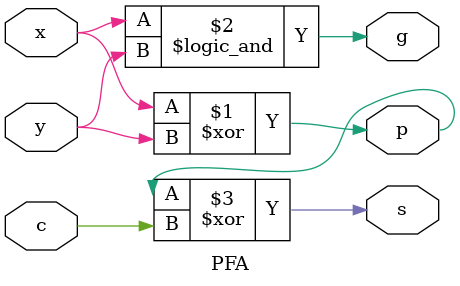
<source format=v>
module PFA
(
	/*input*/
	input wire c,
	input wire x,
	input wire y,
	/*output*/
	output wire p,
	output wire g,
	output wire s
);
	assign p = x ^ y; 
	assign g = x && y;
	assign s = p ^ c;

endmodule
</source>
